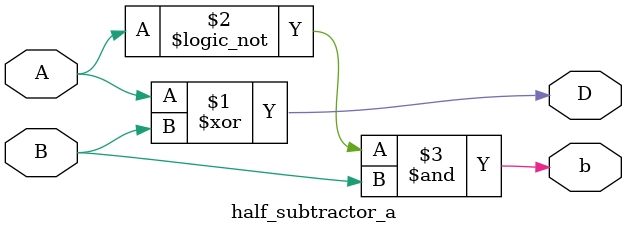
<source format=v>
`timescale 1ns / 1ps

module half_subtractor_a(
    input A,B, output D,b
    );
    assign D = A^B;
    assign b = !A&B;
endmodule

</source>
